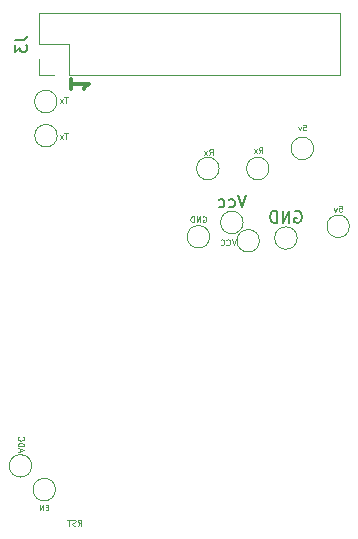
<source format=gbo>
G04 #@! TF.GenerationSoftware,KiCad,Pcbnew,(5.1.10)-1*
G04 #@! TF.CreationDate,2022-01-19T13:45:55+05:30*
G04 #@! TF.ProjectId,P-1000072_Cicada Wi-Fi,502d3130-3030-4303-9732-5f4369636164,0.1*
G04 #@! TF.SameCoordinates,PX7cee6c0PY3dfd240*
G04 #@! TF.FileFunction,Legend,Bot*
G04 #@! TF.FilePolarity,Positive*
%FSLAX46Y46*%
G04 Gerber Fmt 4.6, Leading zero omitted, Abs format (unit mm)*
G04 Created by KiCad (PCBNEW (5.1.10)-1) date 2022-01-19 13:45:55*
%MOMM*%
%LPD*%
G01*
G04 APERTURE LIST*
%ADD10C,0.300000*%
%ADD11C,0.120000*%
%ADD12C,0.150000*%
%ADD13C,0.100000*%
G04 APERTURE END LIST*
D10*
X-10000372Y-3015668D02*
X-10000372Y-3872811D01*
X-10000372Y-3444240D02*
X-8500372Y-3444240D01*
X-8714658Y-3587097D01*
X-8857515Y-3729954D01*
X-8928943Y-3872811D01*
D11*
X9154200Y-16454120D02*
G75*
G03*
X9154200Y-16454120I-950000J0D01*
G01*
X-12734600Y2574600D02*
X-12734600Y-25400D01*
X-12734600Y2574600D02*
X12785400Y2574600D01*
X12785400Y2574600D02*
X12785400Y-2625400D01*
X-10134600Y-2625400D02*
X12785400Y-2625400D01*
X-10134600Y-25400D02*
X-10134600Y-2625400D01*
X-12734600Y-25400D02*
X-10134600Y-25400D01*
X-12734600Y-2625400D02*
X-11404600Y-2625400D01*
X-12734600Y-1295400D02*
X-12734600Y-2625400D01*
X5958880Y-16687800D02*
G75*
G03*
X5958880Y-16687800I-950000J0D01*
G01*
X4572040Y-15138400D02*
G75*
G03*
X4572040Y-15138400I-950000J0D01*
G01*
X-11305500Y-37754560D02*
G75*
G03*
X-11305500Y-37754560I-950000J0D01*
G01*
X1747560Y-16347440D02*
G75*
G03*
X1747560Y-16347440I-950000J0D01*
G01*
X-13319720Y-35745420D02*
G75*
G03*
X-13319720Y-35745420I-950000J0D01*
G01*
X6770000Y-10570000D02*
G75*
G03*
X6770000Y-10570000I-950000J0D01*
G01*
X2540000Y-10570000D02*
G75*
G03*
X2540000Y-10570000I-950000J0D01*
G01*
X-11180000Y-4900000D02*
G75*
G03*
X-11180000Y-4900000I-950000J0D01*
G01*
X-11160000Y-7790000D02*
G75*
G03*
X-11160000Y-7790000I-950000J0D01*
G01*
X13580000Y-15460000D02*
G75*
G03*
X13580000Y-15460000I-950000J0D01*
G01*
X10550000Y-8870000D02*
G75*
G03*
X10550000Y-8870000I-950000J0D01*
G01*
D12*
X8966104Y-14204120D02*
X9061342Y-14156500D01*
X9204200Y-14156500D01*
X9347057Y-14204120D01*
X9442295Y-14299358D01*
X9489914Y-14394596D01*
X9537533Y-14585072D01*
X9537533Y-14727929D01*
X9489914Y-14918405D01*
X9442295Y-15013643D01*
X9347057Y-15108881D01*
X9204200Y-15156500D01*
X9108961Y-15156500D01*
X8966104Y-15108881D01*
X8918485Y-15061262D01*
X8918485Y-14727929D01*
X9108961Y-14727929D01*
X8489914Y-15156500D02*
X8489914Y-14156500D01*
X7918485Y-15156500D01*
X7918485Y-14156500D01*
X7442295Y-15156500D02*
X7442295Y-14156500D01*
X7204200Y-14156500D01*
X7061342Y-14204120D01*
X6966104Y-14299358D01*
X6918485Y-14394596D01*
X6870866Y-14585072D01*
X6870866Y-14727929D01*
X6918485Y-14918405D01*
X6966104Y-15013643D01*
X7061342Y-15108881D01*
X7204200Y-15156500D01*
X7442295Y-15156500D01*
X-14722220Y307934D02*
X-14007934Y307934D01*
X-13865077Y355553D01*
X-13769839Y450791D01*
X-13722220Y593648D01*
X-13722220Y688886D01*
X-14722220Y-73019D02*
X-14722220Y-692066D01*
X-14341267Y-358733D01*
X-14341267Y-501590D01*
X-14293648Y-596828D01*
X-14246029Y-644447D01*
X-14150791Y-692066D01*
X-13912696Y-692066D01*
X-13817458Y-644447D01*
X-13769839Y-596828D01*
X-13722220Y-501590D01*
X-13722220Y-215876D01*
X-13769839Y-120638D01*
X-13817458Y-73019D01*
D13*
X3953426Y-16556230D02*
X3786760Y-17056230D01*
X3620093Y-16556230D01*
X3167712Y-17008611D02*
X3191521Y-17032420D01*
X3262950Y-17056230D01*
X3310569Y-17056230D01*
X3381998Y-17032420D01*
X3429617Y-16984801D01*
X3453426Y-16937182D01*
X3477236Y-16841944D01*
X3477236Y-16770516D01*
X3453426Y-16675278D01*
X3429617Y-16627659D01*
X3381998Y-16580040D01*
X3310569Y-16556230D01*
X3262950Y-16556230D01*
X3191521Y-16580040D01*
X3167712Y-16603849D01*
X2667712Y-17008611D02*
X2691521Y-17032420D01*
X2762950Y-17056230D01*
X2810569Y-17056230D01*
X2881998Y-17032420D01*
X2929617Y-16984801D01*
X2953426Y-16937182D01*
X2977236Y-16841944D01*
X2977236Y-16770516D01*
X2953426Y-16675278D01*
X2929617Y-16627659D01*
X2881998Y-16580040D01*
X2810569Y-16556230D01*
X2762950Y-16556230D01*
X2691521Y-16580040D01*
X2667712Y-16603849D01*
D12*
X4812516Y-12840780D02*
X4479182Y-13840780D01*
X4145849Y-12840780D01*
X3383944Y-13793161D02*
X3479182Y-13840780D01*
X3669659Y-13840780D01*
X3764897Y-13793161D01*
X3812516Y-13745542D01*
X3860135Y-13650304D01*
X3860135Y-13364590D01*
X3812516Y-13269352D01*
X3764897Y-13221733D01*
X3669659Y-13174114D01*
X3479182Y-13174114D01*
X3383944Y-13221733D01*
X2526801Y-13793161D02*
X2622040Y-13840780D01*
X2812516Y-13840780D01*
X2907754Y-13793161D01*
X2955373Y-13745542D01*
X3002992Y-13650304D01*
X3002992Y-13364590D01*
X2955373Y-13269352D01*
X2907754Y-13221733D01*
X2812516Y-13174114D01*
X2622040Y-13174114D01*
X2526801Y-13221733D01*
D13*
X-11911853Y-39255545D02*
X-12078520Y-39255545D01*
X-12149948Y-39517450D02*
X-11911853Y-39517450D01*
X-11911853Y-39017450D01*
X-12149948Y-39017450D01*
X-12364234Y-39517450D02*
X-12364234Y-39017450D01*
X-12649948Y-39517450D01*
X-12649948Y-39017450D01*
X1172892Y-14642100D02*
X1220511Y-14618290D01*
X1291940Y-14618290D01*
X1363368Y-14642100D01*
X1410987Y-14689719D01*
X1434797Y-14737338D01*
X1458606Y-14832576D01*
X1458606Y-14904004D01*
X1434797Y-14999242D01*
X1410987Y-15046861D01*
X1363368Y-15094480D01*
X1291940Y-15118290D01*
X1244320Y-15118290D01*
X1172892Y-15094480D01*
X1149082Y-15070671D01*
X1149082Y-14904004D01*
X1244320Y-14904004D01*
X934797Y-15118290D02*
X934797Y-14618290D01*
X649082Y-15118290D01*
X649082Y-14618290D01*
X410987Y-15118290D02*
X410987Y-14618290D01*
X291940Y-14618290D01*
X220511Y-14642100D01*
X172892Y-14689719D01*
X149082Y-14737338D01*
X125273Y-14832576D01*
X125273Y-14904004D01*
X149082Y-14999242D01*
X172892Y-15046861D01*
X220511Y-15094480D01*
X291940Y-15118290D01*
X410987Y-15118290D01*
X-14337814Y-34545827D02*
X-14337814Y-34307732D01*
X-14480671Y-34593446D02*
X-13980671Y-34426780D01*
X-14480671Y-34260113D01*
X-14480671Y-34093446D02*
X-13980671Y-34093446D01*
X-13980671Y-33974399D01*
X-14004480Y-33902970D01*
X-14052100Y-33855351D01*
X-14099719Y-33831541D01*
X-14194957Y-33807732D01*
X-14266385Y-33807732D01*
X-14361623Y-33831541D01*
X-14409242Y-33855351D01*
X-14456861Y-33902970D01*
X-14480671Y-33974399D01*
X-14480671Y-34093446D01*
X-14433052Y-33307732D02*
X-14456861Y-33331541D01*
X-14480671Y-33402970D01*
X-14480671Y-33450589D01*
X-14456861Y-33522018D01*
X-14409242Y-33569637D01*
X-14361623Y-33593446D01*
X-14266385Y-33617256D01*
X-14194957Y-33617256D01*
X-14099719Y-33593446D01*
X-14052100Y-33569637D01*
X-14004480Y-33522018D01*
X-13980671Y-33450589D01*
X-13980671Y-33402970D01*
X-14004480Y-33331541D01*
X-14028290Y-33307732D01*
X5912479Y-9278750D02*
X6079145Y-9040655D01*
X6198193Y-9278750D02*
X6198193Y-8778750D01*
X6007717Y-8778750D01*
X5960098Y-8802560D01*
X5936288Y-8826369D01*
X5912479Y-8873988D01*
X5912479Y-8945417D01*
X5936288Y-8993036D01*
X5960098Y-9016845D01*
X6007717Y-9040655D01*
X6198193Y-9040655D01*
X5745812Y-9278750D02*
X5483907Y-8945417D01*
X5745812Y-8945417D02*
X5483907Y-9278750D01*
X1713859Y-9438770D02*
X1880525Y-9200675D01*
X1999573Y-9438770D02*
X1999573Y-8938770D01*
X1809097Y-8938770D01*
X1761478Y-8962580D01*
X1737668Y-8986389D01*
X1713859Y-9034008D01*
X1713859Y-9105437D01*
X1737668Y-9153056D01*
X1761478Y-9176865D01*
X1809097Y-9200675D01*
X1999573Y-9200675D01*
X1547192Y-9438770D02*
X1285287Y-9105437D01*
X1547192Y-9105437D02*
X1285287Y-9438770D01*
X-10261802Y-4514090D02*
X-10547517Y-4514090D01*
X-10404660Y-5014090D02*
X-10404660Y-4514090D01*
X-10666564Y-5014090D02*
X-10928469Y-4680757D01*
X-10666564Y-4680757D02*
X-10928469Y-5014090D01*
X-10261802Y-7567170D02*
X-10547517Y-7567170D01*
X-10404660Y-8067170D02*
X-10404660Y-7567170D01*
X-10666564Y-8067170D02*
X-10928469Y-7733837D01*
X-10666564Y-7733837D02*
X-10928469Y-8067170D01*
X-9399211Y-40798910D02*
X-9232544Y-40560815D01*
X-9113497Y-40798910D02*
X-9113497Y-40298910D01*
X-9303973Y-40298910D01*
X-9351592Y-40322720D01*
X-9375401Y-40346529D01*
X-9399211Y-40394148D01*
X-9399211Y-40465577D01*
X-9375401Y-40513196D01*
X-9351592Y-40537005D01*
X-9303973Y-40560815D01*
X-9113497Y-40560815D01*
X-9589687Y-40775100D02*
X-9661116Y-40798910D01*
X-9780163Y-40798910D01*
X-9827782Y-40775100D01*
X-9851592Y-40751291D01*
X-9875401Y-40703672D01*
X-9875401Y-40656053D01*
X-9851592Y-40608434D01*
X-9827782Y-40584624D01*
X-9780163Y-40560815D01*
X-9684925Y-40537005D01*
X-9637306Y-40513196D01*
X-9613497Y-40489386D01*
X-9589687Y-40441767D01*
X-9589687Y-40394148D01*
X-9613497Y-40346529D01*
X-9637306Y-40322720D01*
X-9684925Y-40298910D01*
X-9803973Y-40298910D01*
X-9875401Y-40322720D01*
X-10018259Y-40298910D02*
X-10303973Y-40298910D01*
X-10161116Y-40798910D02*
X-10161116Y-40298910D01*
X12692688Y-13731750D02*
X12930783Y-13731750D01*
X12954593Y-13969845D01*
X12930783Y-13946036D01*
X12883164Y-13922226D01*
X12764117Y-13922226D01*
X12716498Y-13946036D01*
X12692688Y-13969845D01*
X12668879Y-14017464D01*
X12668879Y-14136512D01*
X12692688Y-14184131D01*
X12716498Y-14207940D01*
X12764117Y-14231750D01*
X12883164Y-14231750D01*
X12930783Y-14207940D01*
X12954593Y-14184131D01*
X12502212Y-13898417D02*
X12383164Y-14231750D01*
X12264117Y-13898417D01*
X9671428Y-6846190D02*
X9909523Y-6846190D01*
X9933333Y-7084285D01*
X9909523Y-7060476D01*
X9861904Y-7036666D01*
X9742857Y-7036666D01*
X9695238Y-7060476D01*
X9671428Y-7084285D01*
X9647619Y-7131904D01*
X9647619Y-7250952D01*
X9671428Y-7298571D01*
X9695238Y-7322380D01*
X9742857Y-7346190D01*
X9861904Y-7346190D01*
X9909523Y-7322380D01*
X9933333Y-7298571D01*
X9480952Y-7012857D02*
X9361904Y-7346190D01*
X9242857Y-7012857D01*
M02*

</source>
